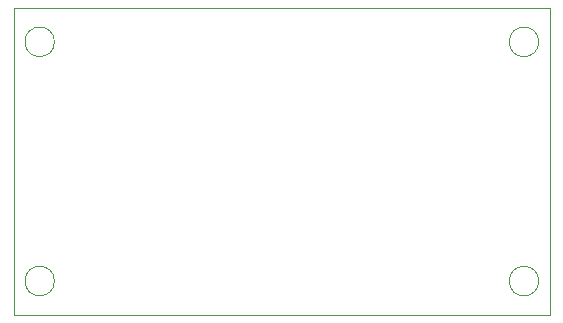
<source format=gm1>
G04 #@! TF.GenerationSoftware,KiCad,Pcbnew,8.0.9-8.0.9-0~ubuntu20.04.1*
G04 #@! TF.CreationDate,2025-08-07T15:34:15-05:00*
G04 #@! TF.ProjectId,PLATO_JUNCTION_BOARD,504c4154-4f5f-44a5-954e-4354494f4e5f,rev?*
G04 #@! TF.SameCoordinates,Original*
G04 #@! TF.FileFunction,Profile,NP*
%FSLAX46Y46*%
G04 Gerber Fmt 4.6, Leading zero omitted, Abs format (unit mm)*
G04 Created by KiCad (PCBNEW 8.0.9-8.0.9-0~ubuntu20.04.1) date 2025-08-07 15:34:15*
%MOMM*%
%LPD*%
G01*
G04 APERTURE LIST*
G04 #@! TA.AperFunction,Profile*
%ADD10C,0.050000*%
G04 #@! TD*
G04 APERTURE END LIST*
D10*
X103450000Y-101375000D02*
G75*
G02*
X100950000Y-101375000I-1250000J0D01*
G01*
X100950000Y-101375000D02*
G75*
G02*
X103450000Y-101375000I1250000J0D01*
G01*
X145400000Y-124500000D02*
X100000000Y-124500000D01*
X145400000Y-98500000D02*
X145400000Y-124500000D01*
X100000000Y-124500000D02*
X100000000Y-98500000D01*
X103450000Y-121625000D02*
G75*
G02*
X100950000Y-121625000I-1250000J0D01*
G01*
X100950000Y-121625000D02*
G75*
G02*
X103450000Y-121625000I1250000J0D01*
G01*
X144450000Y-101375000D02*
G75*
G02*
X141950000Y-101375000I-1250000J0D01*
G01*
X141950000Y-101375000D02*
G75*
G02*
X144450000Y-101375000I1250000J0D01*
G01*
X100000000Y-98500000D02*
X145400000Y-98500000D01*
X144450000Y-121625000D02*
G75*
G02*
X141950000Y-121625000I-1250000J0D01*
G01*
X141950000Y-121625000D02*
G75*
G02*
X144450000Y-121625000I1250000J0D01*
G01*
M02*

</source>
